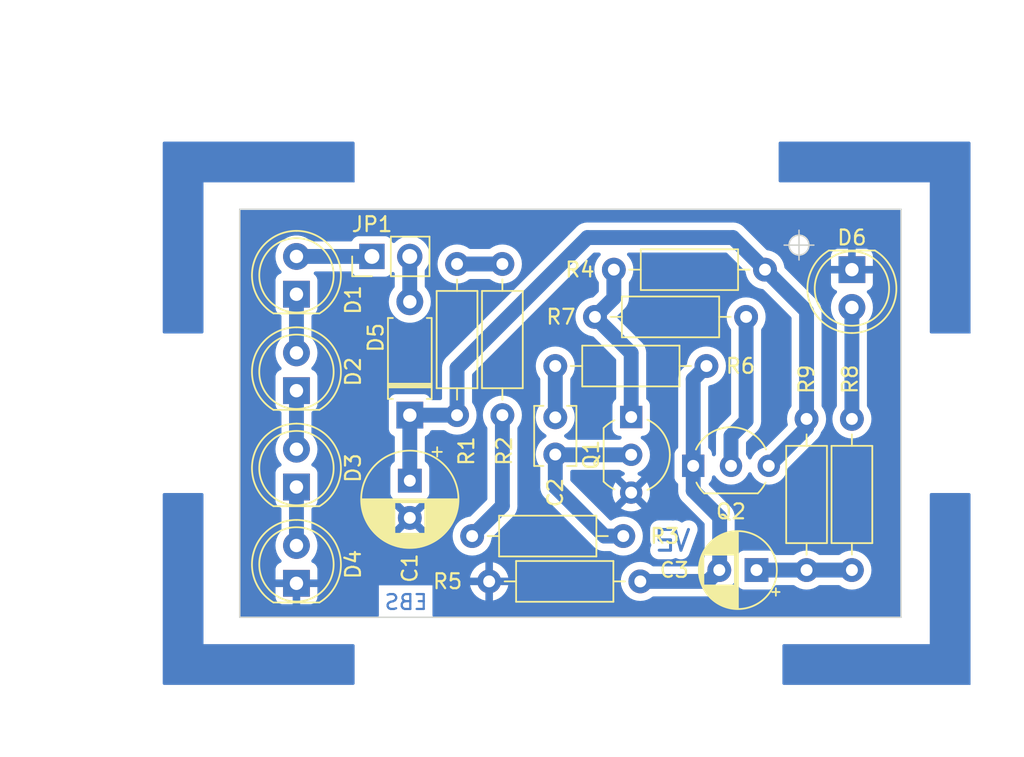
<source format=kicad_pcb>
(kicad_pcb (version 20221018) (generator pcbnew)
  (title_block (title "Ewigblink Solar") (date "2023-03-24") (rev "2.0") (company "HTL-Rankweil") (comment 1 "GAR"))
  (layers (0 "F.Cu" signal) (31 "B.Cu" signal) (34 "B.Paste" user) (35 "F.Paste" user) (36 "B.SilkS" user "B.Silkscreen") (37 "F.SilkS" user "F.Silkscreen") (38 "B.Mask" user) (39 "F.Mask" user) (44 "Edge.Cuts" user))
  (net 0 "")
  (net 1 "Net-(C2-Pad2)")
  (net 2 "Net-(C3-Pad1)")
  (net 3 "Net-(D5-K)")
  (net 4 "Net-(Q1-B)")
  (net 5 "Net-(Q2-C)")
  (net 6 "Net-(D1-K)")
  (net 7 "Net-(D2-K)")
  (net 8 "Net-(D3-K)")
  (net 9 "Net-(D5-A)")
  (net 10 "Net-(R1-Pad2)")
  (net 11 "Net-(R2-Pad2)")
  (net 12 "GND")
  (net 13 "VCC")
  (net 14 "Net-(D6-A)")
  (net 15 "Net-(Q1-C)")
  (net 16 "Net-(Q2-B)")
  (footprint "LED_THT:LED_D5.0mm" (layer "F.Cu") (at 147.828 74.549 -90)
    (fp_text reference "D6" (at -2.154 0 180) (layer "F.SilkS"))
    (fp_text value "LED")
    (fp_line (start -1.29 -1.545) (end -1.29 1.545) (stroke (width 0.12)) (layer "F.SilkS"))
    (fp_arc (start -1.29 -1.54483) (mid 2.072002 -2.880433) (end 4.26 0.000462) (stroke (width 0.12)) (layer "F.SilkS"))
    (fp_arc (start 4.26 -0.000462) (mid 2.072002 2.880433) (end -1.29 1.54483) (stroke (width 0.12)) (layer "F.SilkS"))
    (fp_circle (center 1.27 0) (end 3.77 0) (stroke (width 0.12)) (fill none) (layer "F.SilkS"))
    (pad "1" thru_hole rect (at 0 0 270) (size 1.8 1.8) (drill 0.9) (layers "*.Cu" "*.Mask") (net 12 "GND"))
    (pad "2" thru_hole circle (at 2.54 0 270) (size 1.8 1.8) (drill 0.9) (layers "*.Cu" "*.Mask") (net 14 "Net-(D6-A)"))
  )
  (footprint "Resistor_THT:R_Axial_DIN0207_L6.3mm_D2.5mm_P10.16mm_Horizontal" (layer "F.Cu") (at 127.889 81.026)
    (fp_text reference "R6" (at 12.446 0) (layer "F.SilkS"))
    (fp_text value "1k")
    (fp_line (start 1.04 0) (end 1.81 0) (stroke (width 0.12)) (layer "F.SilkS"))
    (fp_line (start 1.81 -1.37) (end 1.81 1.37) (stroke (width 0.12)) (layer "F.SilkS"))
    (fp_line (start 1.81 1.37) (end 8.35 1.37) (stroke (width 0.12)) (layer "F.SilkS"))
    (fp_line (start 8.35 -1.37) (end 1.81 -1.37) (stroke (width 0.12)) (layer "F.SilkS"))
    (fp_line (start 8.35 1.37) (end 8.35 -1.37) (stroke (width 0.12)) (layer "F.SilkS"))
    (fp_line (start 9.12 0) (end 8.35 0) (stroke (width 0.12)) (layer "F.SilkS"))
    (pad "1" thru_hole circle (at 0 0) (size 1.6 1.6) (drill 0.8) (layers "*.Cu" "*.Mask") (net 1 "Net-(C2-Pad2)"))
    (pad "2" thru_hole oval (at 10.16 0) (size 1.6 1.6) (drill 0.8) (layers "*.Cu" "*.Mask") (net 5 "Net-(Q2-C)"))
  )
  (footprint "Package_TO_SOT_THT:TO-92_Inline_Wide" (layer "F.Cu") (at 132.99 84.455 -90)
    (fp_text reference "Q1" (at 2.54 2.688 90) (layer "F.SilkS"))
    (fp_text value "BC547")
    (fp_line (start 0.74 1.85) (end 4.34 1.85) (stroke (width 0.12)) (layer "F.SilkS"))
    (fp_arc (start 0.1836 -1.098807) (mid 1.143021 -2.192817) (end 2.54 -2.6) (stroke (width 0.12)) (layer "F.SilkS"))
    (fp_arc (start 0.74 1.85) (mid 0.446097 1.509328) (end 0.215816 1.122795) (stroke (width 0.12)) (layer "F.SilkS"))
    (fp_arc (start 2.54 -2.6) (mid 3.936979 -2.192818) (end 4.8964 -1.098807) (stroke (width 0.12)) (layer "F.SilkS"))
    (fp_arc (start 4.864184 1.122795) (mid 4.633903 1.509328) (end 4.34 1.85) (stroke (width 0.12)) (layer "F.SilkS"))
    (pad "1" thru_hole rect (at 0 0 270) (size 1.5 1.5) (drill 0.8) (layers "*.Cu" "*.Mask") (net 15 "Net-(Q1-C)"))
    (pad "2" thru_hole circle (at 2.54 0 270) (size 1.5 1.5) (drill 0.8) (layers "*.Cu" "*.Mask") (net 4 "Net-(Q1-B)"))
    (pad "3" thru_hole circle (at 5.08 0 270) (size 1.5 1.5) (drill 0.8) (layers "*.Cu" "*.Mask") (net 12 "GND"))
  )
  (footprint "Connector_PinHeader_2.54mm:PinHeader_1x02_P2.54mm_Vertical" (layer "F.Cu") (at 115.565 73.66 90)
    (fp_text reference "JP1" (at 2.159 0.005 180) (layer "F.SilkS"))
    (fp_text value "Jumper_2_Open" hide)
    (fp_line (start -1.33 -1.33) (end 0 -1.33) (stroke (width 0.12)) (layer "F.SilkS"))
    (fp_line (start -1.33 0) (end -1.33 -1.33) (stroke (width 0.12)) (layer "F.SilkS"))
    (fp_line (start -1.33 1.27) (end -1.33 3.87) (stroke (width 0.12)) (layer "F.SilkS"))
    (fp_line (start -1.33 1.27) (end 1.33 1.27) (stroke (width 0.12)) (layer "F.SilkS"))
    (fp_line (start -1.33 3.87) (end 1.33 3.87) (stroke (width 0.12)) (layer "F.SilkS"))
    (fp_line (start 1.33 1.27) (end 1.33 3.87) (stroke (width 0.12)) (layer "F.SilkS"))
    (pad "1" thru_hole rect (at 0 0 90) (size 1.7 1.7) (drill 1) (layers "*.Cu" "*.Mask") (net 13 "VCC"))
    (pad "2" thru_hole oval (at 0 2.54 90) (size 1.7 1.7) (drill 1) (layers "*.Cu" "*.Mask") (net 9 "Net-(D5-A)"))
  )
  (footprint "Resistor_THT:R_Axial_DIN0207_L6.3mm_D2.5mm_P10.16mm_Horizontal" (layer "F.Cu") (at 141.986 74.549 180)
    (fp_text reference "R4" (at 12.446 0) (layer "F.SilkS"))
    (fp_text value "33k")
    (fp_line (start 1.04 0) (end 1.81 0) (stroke (width 0.12)) (layer "F.SilkS"))
    (fp_line (start 1.81 -1.37) (end 1.81 1.37) (stroke (width 0.12)) (layer "F.SilkS"))
    (fp_line (start 1.81 1.37) (end 8.35 1.37) (stroke (width 0.12)) (layer "F.SilkS"))
    (fp_line (start 8.35 -1.37) (end 1.81 -1.37) (stroke (width 0.12)) (layer "F.SilkS"))
    (fp_line (start 8.35 1.37) (end 8.35 -1.37) (stroke (width 0.12)) (layer "F.SilkS"))
    (fp_line (start 9.12 0) (end 8.35 0) (stroke (width 0.12)) (layer "F.SilkS"))
    (pad "1" thru_hole circle (at 0 0 180) (size 1.6 1.6) (drill 0.8) (layers "*.Cu" "*.Mask") (net 3 "Net-(D5-K)"))
    (pad "2" thru_hole oval (at 10.16 0 180) (size 1.6 1.6) (drill 0.8) (layers "*.Cu" "*.Mask") (net 15 "Net-(Q1-C)"))
  )
  (footprint "Capacitor_THT:C_Disc_D3.8mm_W2.6mm_P2.50mm" (layer "F.Cu") (at 127.889 86.975 90)
    (fp_text reference "C2" (at -2.56 0 90) (layer "F.SilkS"))
    (fp_text value "100n")
    (fp_line (start -0.77 -1.42) (end -0.77 -0.795) (stroke (width 0.12)) (layer "F.SilkS"))
    (fp_line (start -0.77 -1.42) (end 3.27 -1.42) (stroke (width 0.12)) (layer "F.SilkS"))
    (fp_line (start -0.77 0.795) (end -0.77 1.42) (stroke (width 0.12)) (layer "F.SilkS"))
    (fp_line (start -0.77 1.42) (end 3.27 1.42) (stroke (width 0.12)) (layer "F.SilkS"))
    (fp_line (start 3.27 -1.42) (end 3.27 -0.795) (stroke (width 0.12)) (layer "F.SilkS"))
    (fp_line (start 3.27 0.795) (end 3.27 1.42) (stroke (width 0.12)) (layer "F.SilkS"))
    (pad "1" thru_hole circle (at 0 0 90) (size 1.6 1.6) (drill 0.8) (layers "*.Cu" "*.Mask") (net 4 "Net-(Q1-B)"))
    (pad "2" thru_hole circle (at 2.5 0 90) (size 1.6 1.6) (drill 0.8) (layers "*.Cu" "*.Mask") (net 1 "Net-(C2-Pad2)"))
  )
  (footprint "Resistor_THT:R_Axial_DIN0207_L6.3mm_D2.5mm_P10.16mm_Horizontal" (layer "F.Cu") (at 147.828 94.742 90)
    (fp_text reference "R8" (at 12.827 -0.127 90) (layer "F.SilkS"))
    (fp_text value "1k")
    (fp_line (start 1.04 0) (end 1.81 0) (stroke (width 0.12)) (layer "F.SilkS"))
    (fp_line (start 1.81 -1.37) (end 1.81 1.37) (stroke (width 0.12)) (layer "F.SilkS"))
    (fp_line (start 1.81 1.37) (end 8.35 1.37) (stroke (width 0.12)) (layer "F.SilkS"))
    (fp_line (start 8.35 -1.37) (end 1.81 -1.37) (stroke (width 0.12)) (layer "F.SilkS"))
    (fp_line (start 8.35 1.37) (end 8.35 -1.37) (stroke (width 0.12)) (layer "F.SilkS"))
    (fp_line (start 9.12 0) (end 8.35 0) (stroke (width 0.12)) (layer "F.SilkS"))
    (pad "1" thru_hole circle (at 0 0 90) (size 1.6 1.6) (drill 0.8) (layers "*.Cu" "*.Mask") (net 2 "Net-(C3-Pad1)"))
    (pad "2" thru_hole oval (at 10.16 0 90) (size 1.6 1.6) (drill 0.8) (layers "*.Cu" "*.Mask") (net 14 "Net-(D6-A)"))
  )
  (footprint "Diode_THT:D_A-405_P7.62mm_Horizontal" (layer "F.Cu") (at 118.11 84.328 90)
    (fp_text reference "D5" (at 5.207 -2.286 90) (layer "F.SilkS"))
    (fp_text value "D")
    (fp_line (start 1.09 -1.47) (end 6.53 -1.47) (stroke (width 0.12)) (layer "F.SilkS"))
    (fp_line (start 1.09 -1.14) (end 1.09 -1.47) (stroke (width 0.12)) (layer "F.SilkS"))
    (fp_line (start 1.09 1.14) (end 1.09 1.47) (stroke (width 0.12)) (layer "F.SilkS"))
    (fp_line (start 1.09 1.47) (end 6.53 1.47) (stroke (width 0.12)) (layer "F.SilkS"))
    (fp_line (start 1.87 -1.47) (end 1.87 1.47) (stroke (width 0.12)) (layer "F.SilkS"))
    (fp_line (start 1.99 -1.47) (end 1.99 1.47) (stroke (width 0.12)) (layer "F.SilkS"))
    (fp_line (start 2.11 -1.47) (end 2.11 1.47) (stroke (width 0.12)) (layer "F.SilkS"))
    (fp_line (start 6.53 -1.47) (end 6.53 -1.14) (stroke (width 0.12)) (layer "F.SilkS"))
    (fp_line (start 6.53 1.47) (end 6.53 1.14) (stroke (width 0.12)) (layer "F.SilkS"))
    (pad "1" thru_hole rect (at 0 0 90) (size 1.8 1.8) (drill 0.9) (layers "*.Cu" "*.Mask") (net 3 "Net-(D5-K)"))
    (pad "2" thru_hole oval (at 7.62 0 90) (size 1.8 1.8) (drill 0.9) (layers "*.Cu" "*.Mask") (net 9 "Net-(D5-A)"))
  )
  (footprint "LED_THT:LED_D5.0mm" (layer "F.Cu") (at 110.49 95.631 90)
    (fp_text reference "D4" (at 1.27 3.81 90) (layer "F.SilkS"))
    (fp_text value "PD333" hide)
    (fp_line (start -1.29 -1.545) (end -1.29 1.545) (stroke (width 0.12)) (layer "F.SilkS"))
    (fp_arc (start -1.29 -1.54483) (mid 2.072002 -2.880433) (end 4.26 0.000462) (stroke (width 0.12)) (layer "F.SilkS"))
    (fp_arc (start 4.26 -0.000462) (mid 2.072002 2.880433) (end -1.29 1.54483) (stroke (width 0.12)) (layer "F.SilkS"))
    (fp_circle (center 1.27 0) (end 3.77 0) (stroke (width 0.12)) (fill none) (layer "F.SilkS"))
    (pad "1" thru_hole rect (at 0 0 90) (size 1.8 1.8) (drill 0.9) (layers "*.Cu" "*.Mask") (net 12 "GND"))
    (pad "2" thru_hole circle (at 2.54 0 90) (size 1.8 1.8) (drill 0.9) (layers "*.Cu" "*.Mask") (net 8 "Net-(D3-K)"))
  )
  (footprint "Resistor_THT:R_Axial_DIN0207_L6.3mm_D2.5mm_P10.16mm_Horizontal" (layer "F.Cu") (at 124.333 74.168 -90)
    (fp_text reference "R2" (at 12.573 -0.127 90) (layer "F.SilkS"))
    (fp_text value "10M")
    (fp_line (start 1.04 0) (end 1.81 0) (stroke (width 0.12)) (layer "F.SilkS"))
    (fp_line (start 1.81 -1.37) (end 1.81 1.37) (stroke (width 0.12)) (layer "F.SilkS"))
    (fp_line (start 1.81 1.37) (end 8.35 1.37) (stroke (width 0.12)) (layer "F.SilkS"))
    (fp_line (start 8.35 -1.37) (end 1.81 -1.37) (stroke (width 0.12)) (layer "F.SilkS"))
    (fp_line (start 8.35 1.37) (end 8.35 -1.37) (stroke (width 0.12)) (layer "F.SilkS"))
    (fp_line (start 9.12 0) (end 8.35 0) (stroke (width 0.12)) (layer "F.SilkS"))
    (pad "1" thru_hole circle (at 0 0 270) (size 1.6 1.6) (drill 0.8) (layers "*.Cu" "*.Mask") (net 10 "Net-(R1-Pad2)"))
    (pad "2" thru_hole oval (at 10.16 0 270) (size 1.6 1.6) (drill 0.8) (layers "*.Cu" "*.Mask") (net 11 "Net-(R2-Pad2)"))
  )
  (footprint "Capacitor_THT:CP_Radial_D5.0mm_P2.50mm" (layer "F.Cu") (at 141.413113 94.742 180)
    (fp_text reference "C3" (at 5.523113 0) (layer "F.SilkS"))
    (fp_text value "10u")
    (fp_line (start -1.554775 -1.475) (end -1.054775 -1.475) (stroke (width 0.12)) (layer "F.SilkS"))
    (fp_line (start -1.304775 -1.725) (end -1.304775 -1.225) (stroke (width 0.12)) (layer "F.SilkS"))
    (fp_line (start 1.25 -2.58) (end 1.25 2.58) (stroke (width 0.12)) (layer "F.SilkS"))
    (fp_line (start 1.29 -2.58) (end 1.29 2.58) (stroke (width 0.12)) (layer "F.SilkS"))
    (fp_line (start 1.33 -2.579) (end 1.33 2.579) (stroke (width 0.12)) (layer "F.SilkS"))
    (fp_line (start 1.37 -2.578) (end 1.37 2.578) (stroke (width 0.12)) (layer "F.SilkS"))
    (fp_line (start 1.41 -2.576) (end 1.41 2.576) (stroke (width 0.12)) (layer "F.SilkS"))
    (fp_line (start 1.45 -2.573) (end 1.45 2.573) (stroke (width 0.12)) (layer "F.SilkS"))
    (fp_line (start 1.49 -2.569) (end 1.49 -1.04) (stroke (width 0.12)) (layer "F.SilkS"))
    (fp_line (start 1.49 1.04) (end 1.49 2.569) (stroke (width 0.12)) (layer "F.SilkS"))
    (fp_line (start 1.53 -2.565) (end 1.53 -1.04) (stroke (width 0.12)) (layer "F.SilkS"))
    (fp_line (start 1.53 1.04) (end 1.53 2.565) (stroke (width 0.12)) (layer "F.SilkS"))
    (fp_line (start 1.57 -2.561) (end 1.57 -1.04) (stroke (width 0.12)) (layer "F.SilkS"))
    (fp_line (start 1.57 1.04) (end 1.57 2.561) (stroke (width 0.12)) (layer "F.SilkS"))
    (fp_line (start 1.61 -2.556) (end 1.61 -1.04) (stroke (width 0.12)) (layer "F.SilkS"))
    (fp_line (start 1.61 1.04) (end 1.61 2.556) (stroke (width 0.12)) (layer "F.SilkS"))
    (fp_line (start 1.65 -2.55) (end 1.65 -1.04) (stroke (width 0.12)) (layer "F.SilkS"))
    (fp_line (start 1.65 1.04) (end 1.65 2.55) (stroke (width 0.12)) (layer "F.SilkS"))
    (fp_line (start 1.69 -2.543) (end 1.69 -1.04) (stroke (width 0.12)) (layer "F.SilkS"))
    (fp_line (start 1.69 1.04) (end 1.69 2.543) (stroke (width 0.12)) (layer "F.SilkS"))
    (fp_line (start 1.73 -2.536) (end 1.73 -1.04) (stroke (width 0.12)) (layer "F.SilkS"))
    (fp_line (start 1.73 1.04) (end 1.73 2.536) (stroke (width 0.12)) (layer "F.SilkS"))
    (fp_line (start 1.77 -2.528) (end 1.77 -1.04) (stroke (width 0.12)) (layer "F.SilkS"))
    (fp_line (start 1.77 1.04) (end 1.77 2.528) (stroke (width 0.12)) (layer "F.SilkS"))
    (fp_line (start 1.81 -2.52) (end 1.81 -1.04) (stroke (width 0.12)) (layer "F.SilkS"))
    (fp_line (start 1.81 1.04) (end 1.81 2.52) (stroke (width 0.12)) (layer "F.SilkS"))
    (fp_line (start 1.85 -2.511) (end 1.85 -1.04) (stroke (width 0.12)) (layer "F.SilkS"))
    (fp_line (start 1.85 1.04) (end 1.85 2.511) (stroke (width 0.12)) (layer "F.SilkS"))
    (fp_line (start 1.89 -2.501) (end 1.89 -1.04) (stroke (width 0.12)) (layer "F.SilkS"))
    (fp_line (start 1.89 1.04) (end 1.89 2.501) (stroke (width 0.12)) (layer "F.SilkS"))
    (fp_line (start 1.93 -2.491) (end 1.93 -1.04) (stroke (width 0.12)) (layer "F.SilkS"))
    (fp_line (start 1.93 1.04) (end 1.93 2.491) (stroke (width 0.12)) (layer "F.SilkS"))
    (fp_line (start 1.971 -2.48) (end 1.971 -1.04) (stroke (width 0.12)) (layer "F.SilkS"))
    (fp_line (start 1.971 1.04) (end 1.971 2.48) (stroke (width 0.12)) (layer "F.SilkS"))
    (fp_line (start 2.011 -2.468) (end 2.011 -1.04) (stroke (width 0.12)) (layer "F.SilkS"))
    (fp_line (start 2.011 1.04) (end 2.011 2.468) (stroke (width 0.12)) (layer "F.SilkS"))
    (fp_line (start 2.051 -2.455) (end 2.051 -1.04) (stroke (width 0.12)) (layer "F.SilkS"))
    (fp_line (start 2.051 1.04) (end 2.051 2.455) (stroke (width 0.12)) (layer "F.SilkS"))
    (fp_line (start 2.091 -2.442) (end 2.091 -1.04) (stroke (width 0.12)) (layer "F.SilkS"))
    (fp_line (start 2.091 1.04) (end 2.091 2.442) (stroke (width 0.12)) (layer "F.SilkS"))
    (fp_line (start 2.131 -2.428) (end 2.131 -1.04) (stroke (width 0.12)) (layer "F.SilkS"))
    (fp_line (start 2.131 1.04) (end 2.131 2.428) (stroke (width 0.12)) (layer "F.SilkS"))
    (fp_line (start 2.171 -2.414) (end 2.171 -1.04) (stroke (width 0.12)) (layer "F.SilkS"))
    (fp_line (start 2.171 1.04) (end 2.171 2.414) (stroke (width 0.12)) (layer "F.SilkS"))
    (fp_line (start 2.211 -2.398) (end 2.211 -1.04) (stroke (width 0.12)) (layer "F.SilkS"))
    (fp_line (start 2.211 1.04) (end 2.211 2.398) (stroke (width 0.12)) (layer "F.SilkS"))
    (fp_line (start 2.251 -2.382) (end 2.251 -1.04) (stroke (width 0.12)) (layer "F.SilkS"))
    (fp_line (start 2.251 1.04) (end 2.251 2.382) (stroke (width 0.12)) (layer "F.SilkS"))
    (fp_line (start 2.291 -2.365) (end 2.291 -1.04) (stroke (width 0.12)) (layer "F.SilkS"))
    (fp_line (start 2.291 1.04) (end 2.291 2.365) (stroke (width 0.12)) (layer "F.SilkS"))
    (fp_line (start 2.331 -2.348) (end 2.331 -1.04) (stroke (width 0.12)) (layer "F.SilkS"))
    (fp_line (start 2.331 1.04) (end 2.331 2.348) (stroke (width 0.12)) (layer "F.SilkS"))
    (fp_line (start 2.371 -2.329) (end 2.371 -1.04) (stroke (width 0.12)) (layer "F.SilkS"))
    (fp_line (start 2.371 1.04) (end 2.371 2.329) (stroke (width 0.12)) (layer "F.SilkS"))
    (fp_line (start 2.411 -2.31) (end 2.411 -1.04) (stroke (width 0.12)) (layer "F.SilkS"))
    (fp_line (start 2.411 1.04) (end 2.411 2.31) (stroke (width 0.12)) (layer "F.SilkS"))
    (fp_line (start 2.451 -2.29) (end 2.451 -1.04) (stroke (width 0.12)) (layer "F.SilkS"))
    (fp_line (start 2.451 1.04) (end 2.451 2.29) (stroke (width 0.12)) (layer "F.SilkS"))
    (fp_line (start 2.491 -2.268) (end 2.491 -1.04) (stroke (width 0.12)) (layer "F.SilkS"))
    (fp_line (start 2.491 1.04) (end 2.491 2.268) (stroke (width 0.12)) (layer "F.SilkS"))
    (fp_line (start 2.531 -2.247) (end 2.531 -1.04) (stroke (width 0.12)) (layer "F.SilkS"))
    (fp_line (start 2.531 1.04) (end 2.531 2.247) (stroke (width 0.12)) (layer "F.SilkS"))
    (fp_line (start 2.571 -2.224) (end 2.571 -1.04) (stroke (width 0.12)) (layer "F.SilkS"))
    (fp_line (start 2.571 1.04) (end 2.571 2.224) (stroke (width 0.12)) (layer "F.SilkS"))
    (fp_line (start 2.611 -2.2) (end 2.611 -1.04) (stroke (width 0.12)) (layer "F.SilkS"))
    (fp_line (start 2.611 1.04) (end 2.611 2.2) (stroke (width 0.12)) (layer "F.SilkS"))
    (fp_line (start 2.651 -2.175) (end 2.651 -1.04) (stroke (width 0.12)) (layer "F.SilkS"))
    (fp_line (start 2.651 1.04) (end 2.651 2.175) (stroke (width 0.12)) (layer "F.SilkS"))
    (fp_line (start 2.691 -2.149) (end 2.691 -1.04) (stroke (width 0.12)) (layer "F.SilkS"))
    (fp_line (start 2.691 1.04) (end 2.691 2.149) (stroke (width 0.12)) (layer "F.SilkS"))
    (fp_line (start 2.731 -2.122) (end 2.731 -1.04) (stroke (width 0.12)) (layer "F.SilkS"))
    (fp_line (start 2.731 1.04) (end 2.731 2.122) (stroke (width 0.12)) (layer "F.SilkS"))
    (fp_line (start 2.771 -2.095) (end 2.771 -1.04) (stroke (width 0.12)) (layer "F.SilkS"))
    (fp_line (start 2.771 1.04) (end 2.771 2.095) (stroke (width 0.12)) (layer "F.SilkS"))
    (fp_line (start 2.811 -2.065) (end 2.811 -1.04) (stroke (width 0.12)) (layer "F.SilkS"))
    (fp_line (start 2.811 1.04) (end 2.811 2.065) (stroke (width 0.12)) (layer "F.SilkS"))
    (fp_line (start 2.851 -2.035) (end 2.851 -1.04) (stroke (width 0.12)) (layer "F.SilkS"))
    (fp_line (start 2.851 1.04) (end 2.851 2.035) (stroke (width 0.12)) (layer "F.SilkS"))
    (fp_line (start 2.891 -2.004) (end 2.891 -1.04) (stroke (width 0.12)) (layer "F.SilkS"))
    (fp_line (start 2.891 1.04) (end 2.891 2.004) (stroke (width 0.12)) (layer "F.SilkS"))
    (fp_line (start 2.931 -1.971) (end 2.931 -1.04) (stroke (width 0.12)) (layer "F.SilkS"))
    (fp_line (start 2.931 1.04) (end 2.931 1.971) (stroke (width 0.12)) (layer "F.SilkS"))
    (fp_line (start 2.971 -1.937) (end 2.971 -1.04) (stroke (width 0.12)) (layer "F.SilkS"))
    (fp_line (start 2.971 1.04) (end 2.971 1.937) (stroke (width 0.12)) (layer "F.SilkS"))
    (fp_line (start 3.011 -1.901) (end 3.011 -1.04) (stroke (width 0.12)) (layer "F.SilkS"))
    (fp_line (start 3.011 1.04) (end 3.011 1.901) (stroke (width 0.12)) (layer "F.SilkS"))
    (fp_line (start 3.051 -1.864) (end 3.051 -1.04) (stroke (width 0.12)) (layer "F.SilkS"))
    (fp_line (start 3.051 1.04) (end 3.051 1.864) (stroke (width 0.12)) (layer "F.SilkS"))
    (fp_line (start 3.091 -1.826) (end 3.091 -1.04) (stroke (width 0.12)) (layer "F.SilkS"))
    (fp_line (start 3.091 1.04) (end 3.091 1.826) (stroke (width 0.12)) (layer "F.SilkS"))
    (fp_line (start 3.131 -1.785) (end 3.131 -1.04) (stroke (width 0.12)) (layer "F.SilkS"))
    (fp_line (start 3.131 1.04) (end 3.131 1.785) (stroke (width 0.12)) (layer "F.SilkS"))
    (fp_line (start 3.171 -1.743) (end 3.171 -1.04) (stroke (width 0.12)) (layer "F.SilkS"))
    (fp_line (start 3.171 1.04) (end 3.171 1.743) (stroke (width 0.12)) (layer "F.SilkS"))
    (fp_line (start 3.211 -1.699) (end 3.211 -1.04) (stroke (width 0.12)) (layer "F.SilkS"))
    (fp_line (start 3.211 1.04) (end 3.211 1.699) (stroke (width 0.12)) (layer "F.SilkS"))
    (fp_line (start 3.251 -1.653) (end 3.251 -1.04) (stroke (width 0.12)) (layer "F.SilkS"))
    (fp_line (start 3.251 1.04) (end 3.251 1.653) (stroke (width 0.12)) (layer "F.SilkS"))
    (fp_line (start 3.291 -1.605) (end 3.291 -1.04) (stroke (width 0.12)) (layer "F.SilkS"))
    (fp_line (start 3.291 1.04) (end 3.291 1.605) (stroke (width 0.12)) (layer "F.SilkS"))
    (fp_line (start 3.331 -1.554) (end 3.331 -1.04) (stroke (width 0.12)) (layer "F.SilkS"))
    (fp_line (start 3.331 1.04) (end 3.331 1.554) (stroke (width 0.12)) (layer "F.SilkS"))
    (fp_line (start 3.371 -1.5) (end 3.371 -1.04) (stroke (width 0.12)) (layer "F.SilkS"))
    (fp_line (start 3.371 1.04) (end 3.371 1.5) (stroke (width 0.12)) (layer "F.SilkS"))
    (fp_line (start 3.411 -1.443) (end 3.411 -1.04) (stroke (width 0.12)) (layer "F.SilkS"))
    (fp_line (start 3.411 1.04) (end 3.411 1.443) (stroke (width 0.12)) (layer "F.SilkS"))
    (fp_line (start 3.451 -1.383) (end 3.451 -1.04) (stroke (width 0.12)) (layer "F.SilkS"))
    (fp_line (start 3.451 1.04) (end 3.451 1.383) (stroke (width 0.12)) (layer "F.SilkS"))
    (fp_line (start 3.491 -1.319) (end 3.491 -1.04) (stroke (width 0.12)) (layer "F.SilkS"))
    (fp_line (start 3.491 1.04) (end 3.491 1.319) (stroke (width 0.12)) (layer "F.SilkS"))
    (fp_line (start 3.531 -1.251) (end 3.531 -1.04) (stroke (width 0.12)) (layer "F.SilkS"))
    (fp_line (start 3.531 1.04) (end 3.531 1.251) (stroke (width 0.12)) (layer "F.SilkS"))
    (fp_line (start 3.571 -1.178) (end 3.571 1.178) (stroke (width 0.12)) (layer "F.SilkS"))
    (fp_line (start 3.611 -1.098) (end 3.611 1.098) (stroke (width 0.12)) (layer "F.SilkS"))
    (fp_line (start 3.651 -1.011) (end 3.651 1.011) (stroke (width 0.12)) (layer "F.SilkS"))
    (fp_line (start 3.691 -0.915) (end 3.691 0.915) (stroke (width 0.12)) (layer "F.SilkS"))
    (fp_line (start 3.731 -0.805) (end 3.731 0.805) (stroke (width 0.12)) (layer "F.SilkS"))
    (fp_line (start 3.771 -0.677) (end 3.771 0.677) (stroke (width 0.12)) (layer "F.SilkS"))
    (fp_line (start 3.811 -0.518) (end 3.811 0.518) (stroke (width 0.12)) (layer "F.SilkS"))
    (fp_line (start 3.851 -0.284) (end 3.851 0.284) (stroke (width 0.12)) (layer "F.SilkS"))
    (fp_circle (center 1.25 0) (end 3.87 0) (stroke (width 0.12)) (fill none) (layer "F.SilkS"))
    (pad "1" thru_hole rect (at 0 0 180) (size 1.6 1.6) (drill 0.8) (layers "*.Cu" "*.Mask") (net 2 "Net-(C3-Pad1)"))
    (pad "2" thru_hole circle (at 2.5 0 180) (size 1.6 1.6) (drill 0.8) (layers "*.Cu" "*.Mask") (net 5 "Net-(Q2-C)"))
  )
  (footprint "Resistor_THT:R_Axial_DIN0207_L6.3mm_D2.5mm_P10.16mm_Horizontal" (layer "F.Cu") (at 133.604 95.504 180)
    (fp_text reference "R5" (at 12.954 0) (layer "F.SilkS"))
    (fp_text value "10k")
    (fp_line (start 1.04 0) (end 1.81 0) (stroke (width 0.12)) (layer "F.SilkS"))
    (fp_line (start 1.81 -1.37) (end 1.81 1.37) (stroke (width 0.12)) (layer "F.SilkS"))
    (fp_line (start 1.81 1.37) (end 8.35 1.37) (stroke (width 0.12)) (layer "F.SilkS"))
    (fp_line (start 8.35 -1.37) (end 1.81 -1.37) (stroke (width 0.12)) (layer "F.SilkS"))
    (fp_line (start 8.35 1.37) (end 8.35 -1.37) (stroke (width 0.12)) (layer "F.SilkS"))
    (fp_line (start 9.12 0) (end 8.35 0) (stroke (width 0.12)) (layer "F.SilkS"))
    (pad "1" thru_hole circle (at 0 0 180) (size 1.6 1.6) (drill 0.8) (layers "*.Cu" "*.Mask") (net 5 "Net-(Q2-C)"))
    (pad "2" thru_hole oval (at 10.16 0 180) (size 1.6 1.6) (drill 0.8) (layers "*.Cu" "*.Mask") (net 12 "GND"))
  )
  (footprint "Resistor_THT:R_Axial_DIN0207_L6.3mm_D2.5mm_P10.16mm_Horizontal" (layer "F.Cu") (at 130.556 77.724)
    (fp_text reference "R7" (at -2.286 0) (layer "F.SilkS"))
    (fp_text value "1k")
    (fp_line (start 1.04 0) (end 1.81 0) (stroke (width 0.12)) (layer "F.SilkS"))
    (fp_line (start 1.81 -1.37) (end 1.81 1.37) (stroke (width 0.12)) (layer "F.SilkS"))
    (fp_line (start 1.81 1.37) (end 8.35 1.37) (stroke (width 0.12)) (layer "F.SilkS"))
    (fp_line (start 8.35 -1.37) (end 1.81 -1.37) (stroke (width 0.12)) (layer "F.SilkS"))
    (fp_line (start 8.35 1.37) (end 8.35 -1.37) (stroke (width 0.12)) (layer "F.SilkS"))
    (fp_line (start 9.12 0) (end 8.35 0) (stroke (width 0.12)) (layer "F.SilkS"))
    (pad "1" thru_hole circle (at 0 0) (size 1.6 1.6) (drill 0.8) (layers "*.Cu" "*.Mask") (net 15 "Net-(Q1-C)"))
    (pad "2" thru_hole oval (at 10.16 0) (size 1.6 1.6) (drill 0.8) (layers "*.Cu" "*.Mask") (net 16 "Net-(Q2-B)"))
  )
  (footprint "Resistor_THT:R_Axial_DIN0207_L6.3mm_D2.5mm_P10.16mm_Horizontal" (layer "F.Cu") (at 144.78 84.582 -90)
    (fp_text reference "R9" (at -2.667 0 -90) (layer "F.SilkS"))
    (fp_text value "10k")
    (fp_line (start 1.04 0) (end 1.81 0) (stroke (width 0.12)) (layer "F.SilkS"))
    (fp_line (start 1.81 -1.37) (end 1.81 1.37) (stroke (width 0.12)) (layer "F.SilkS"))
    (fp_line (start 1.81 1.37) (end 8.35 1.37) (stroke (width 0.12)) (layer "F.SilkS"))
    (fp_line (start 8.35 -1.37) (end 1.81 -1.37) (stroke (width 0.12)) (layer "F.SilkS"))
    (fp_line (start 8.35 1.37) (end 8.35 -1.37) (stroke (width 0.12)) (layer "F.SilkS"))
    (fp_line (start 9.12 0) (end 8.35 0) (stroke (width 0.12)) (layer "F.SilkS"))
    (pad "1" thru_hole circle (at 0 0 270) (size 1.6 1.6) (drill 0.8) (layers "*.Cu" "*.Mask") (net 3 "Net-(D5-K)"))
    (pad "2" thru_hole oval (at 10.16 0 270) (size 1.6 1.6) (drill 0.8) (layers "*.Cu" "*.Mask") (net 2 "Net-(C3-Pad1)"))
  )
  (footprint "LED_THT:LED_D5.0mm" (layer "F.Cu") (at 110.49 89.159 90)
    (fp_text reference "D3" (at 1.275 3.81 90) (layer "F.SilkS"))
    (fp_text value "PD333" hide)
    (fp_line (start -1.29 -1.545) (end -1.29 1.545) (stroke (width 0.12)) (layer "F.SilkS"))
    (fp_arc (start -1.29 -1.54483) (mid 2.072002 -2.880433) (end 4.26 0.000462) (stroke (width 0.12)) (layer "F.SilkS"))
    (fp_arc (start 4.26 -0.000462) (mid 2.072002 2.880433) (end -1.29 1.54483) (stroke (width 0.12)) (layer "F.SilkS"))
    (fp_circle (center 1.27 0) (end 3.77 0) (stroke (width 0.12)) (fill none) (layer "F.SilkS"))
    (pad "1" thru_hole rect (at 0 0 90) (size 1.8 1.8) (drill 0.9) (layers "*.Cu" "*.Mask") (net 8 "Net-(D3-K)"))
    (pad "2" thru_hole circle (at 2.54 0 90) (size 1.8 1.8) (drill 0.9) (layers "*.Cu" "*.Mask") (net 7 "Net-(D2-K)"))
  )
  (footprint "Package_TO_SOT_THT:TO-92_Inline_Wide" (layer "F.Cu") (at 137.16 87.736)
    (fp_text reference "Q2" (at 2.54 3.069) (layer "F.SilkS"))
    (fp_text value "BC557")
    (fp_line (start 0.74 1.85) (end 4.34 1.85) (stroke (width 0.12)) (layer "F.SilkS"))
    (fp_arc (start 0.1836 -1.098807) (mid 1.143021 -2.192817) (end 2.54 -2.6) (stroke (width 0.12)) (layer "F.SilkS"))
    (fp_arc (start 0.74 1.85) (mid 0.446097 1.509328) (end 0.215816 1.122795) (stroke (width 0.12)) (layer "F.SilkS"))
    (fp_arc (start 2.54 -2.6) (mid 3.936979 -2.192818) (end 4.8964 -1.098807) (stroke (width 0.12)) (layer "F.SilkS"))
    (fp_arc (start 4.864184 1.122795) (mid 4.633903 1.509328) (end 4.34 1.85) (stroke (width 0.12)) (layer "F.SilkS"))
    (pad "1" thru_hole rect (at 0 0) (size 1.5 1.5) (drill 0.8) (layers "*.Cu" "*.Mask") (net 5 "Net-(Q2-C)"))
    (pad "2" thru_hole circle (at 2.54 0) (size 1.5 1.5) (drill 0.8) (layers "*.Cu" "*.Mask") (net 16 "Net-(Q2-B)"))
    (pad "3" thru_hole circle (at 5.08 0) (size 1.5 1.5) (drill 0.8) (layers "*.Cu" "*.Mask") (net 3 "Net-(D5-K)"))
  )
  (footprint "LED_THT:LED_D5.0mm" (layer "F.Cu") (at 110.49 76.2 90)
    (fp_text reference "D1" (at -0.381 3.81 90) (layer "F.SilkS"))
    (fp_text value "PD333" hide)
    (fp_line (start -1.29 -1.545) (end -1.29 1.545) (stroke (width 0.12)) (layer "F.SilkS"))
    (fp_arc (start -1.29 -1.54483) (mid 2.072002 -2.880433) (end 4.26 0.000462) (stroke (width 0.12)) (layer "F.SilkS"))
    (fp_arc (start 4.26 -0.000462) (mid 2.072002 2.880433) (end -1.29 1.54483) (stroke (width 0.12)) (layer "F.SilkS"))
    (fp_circle (center 1.27 0) (end 3.77 0) (stroke (width 0.12)) (fill none) (layer "F.SilkS"))
    (pad "1" thru_hole rect (at 0 0 90) (size 1.8 1.8) (drill 0.9) (layers "*.Cu" "*.Mask") (net 6 "Net-(D1-K)"))
    (pad "2" thru_hole circle (at 2.54 0 90) (size 1.8 1.8) (drill 0.9) (layers "*.Cu" "*.Mask") (net 13 "VCC"))
  )
  (footprint "LED_THT:LED_D5.0mm" (layer "F.Cu") (at 110.49 82.682 90)
    (fp_text reference "D2" (at 1.275 3.81 90) (layer "F.SilkS"))
    (fp_text value "PD333" hide)
    (fp_line (start -1.29 -1.545) (end -1.29 1.545) (stroke (width 0.12)) (layer "F.SilkS"))
    (fp_arc (start -1.29 -1.54483) (mid 2.072002 -2.880433) (end 4.26 0.000462) (stroke (width 0.12)) (layer "F.SilkS"))
    (fp_arc (start 4.26 -0.000462) (mid 2.072002 2.880433) (end -1.29 1.54483) (stroke (width 0.12)) (layer "F.SilkS"))
    (fp_circle (center 1.27 0) (end 3.77 0) (stroke (width 0.12)) (fill none) (layer "F.SilkS"))
    (pad "1" thru_hole rect (at 0 0 90) (size 1.8 1.8) (drill 0.9) (layers "*.Cu" "*.Mask") (net 7 "Net-(D2-K)"))
    (pad "2" thru_hole circle (at 2.54 0 90) (size 1.8 1.8) (drill 0.9) (layers "*.Cu" "*.Mask") (net 6 "Net-(D1-K)"))
  )
  (footprint "Capacitor_THT:CP_Radial_D6.3mm_P2.50mm" (layer "F.Cu") (at 118.11 88.733621 -90)
    (fp_text reference "C1" (at 5.881379 0 -90) (layer "F.SilkS"))
    (fp_text value "1F/2V5")
    (fp_line (start -2.250241 -1.839) (end -1.620241 -1.839) (stroke (width 0.12)) (layer "F.SilkS"))
    (fp_line (start -1.935241 -2.154) (end -1.935241 -1.524) (stroke (width 0.12)) (layer "F.SilkS"))
    (fp_line (start 1.25 -3.23) (end 1.25 3.23) (stroke (width 0.12)) (layer "F.SilkS"))
    (fp_line (start 1.29 -3.23) (end 1.29 3.23) (stroke (width 0.12)) (layer "F.SilkS"))
    (fp_line (start 1.33 -3.23) (end 1.33 3.23) (stroke (width 0.12)) (layer "F.SilkS"))
    (fp_line (start 1.37 -3.228) (end 1.37 3.228) (stroke (width 0.12)) (layer "F.SilkS"))
    (fp_line (start 1.41 -3.227) (end 1.41 3.227) (stroke (width 0.12)) (layer "F.SilkS"))
    (fp_line (start 1.45 -3.224) (end 1.45 3.224) (stroke (width 0.12)) (layer "F.SilkS"))
    (fp_line (start 1.49 -3.222) (end 1.49 -1.04) (stroke (width 0.12)) (layer "F.SilkS"))
    (fp_line (start 1.49 1.04) (end 1.49 3.222) (stroke (width 0.12)) (layer "F.SilkS"))
    (fp_line (start 1.53 -3.218) (end 1.53 -1.04) (stroke (width 0.12)) (layer "F.SilkS"))
    (fp_line (start 1.53 1.04) (end 1.53 3.218) (stroke (width 0.12)) (layer "F.SilkS"))
    (fp_line (start 1.57 -3.215) (end 1.57 -1.04) (stroke (width 0.12)) (layer "F.SilkS"))
    (fp_line (start 1.57 1.04) (end 1.57 3.215) (stroke (width 0.12)) (layer "F.SilkS"))
    (fp_line (start 1.61 -3.211) (end 1.61 -1.04) (stroke (width 0.12)) (layer "F.SilkS"))
    (fp_line (start 1.61 1.04) (end 1.61 3.211) (stroke (width 0.12)) (layer "F.SilkS"))
    (fp_line (start 1.65 -3.206) (end 1.65 -1.04) (stroke (width 0.12)) (layer "F.SilkS"))
    (fp_line (start 1.65 1.04) (end 1.65 3.206) (stroke (width 0.12)) (layer "F.SilkS"))
    (fp_line (start 1.69 -3.201) (end 1.69 -1.04) (stroke (width 0.12)) (layer "F.SilkS"))
    (fp_line (start 1.69 1.04) (end 1.69 3.201) (stroke (width 0.12)) (layer "F.SilkS"))
    (fp_line (start 1.73 -3.195) (end 1.73 -1.04) (stroke (width 0.12)) (layer "F.SilkS"))
    (fp_line (start 1.73 1.04) (end 1.73 3.195) (stroke (width 0.12)) (layer "F.SilkS"))
    (fp_line (start 1.77 -3.189) (end 1.77 -1.04) (stroke (width 0.12)) (layer "F.SilkS"))
    (fp_line (start 1.77 1.04) (end 1.77 3.189) (stroke (width 0.12)) (layer "F.SilkS"))
    (fp_line (start 1.81 -3.182) (end 1.81 -1.04) (stroke (width 0.12)) (layer "F.SilkS"))
    (fp_line (start 1.81 1.04) (end 1.81 3.182) (stroke (width 0.12)) (layer "F.SilkS"))
    (fp_line (start 1.85 -3.175) (end 1.85 -1.04) (stroke (width 0.12)) (layer "F.SilkS"))
    (fp_line (start 1.85 1.04) (end 1.85 3.175) (stroke (width 0.12)) (layer "F.SilkS"))
    (fp_line (start 1.89 -3.167) (end 1.89 -1.04) (stroke (width 0.12)) (layer "F.SilkS"))
    (fp_line (start 1.89 1.04) (end 1.89 3.167) (stroke (width 0.12)) (layer "F.SilkS"))
    (fp_line (start 1.93 -3.159) (end 1.93 -1.04) (stroke (width 0.12)) (layer "F.SilkS"))
    (fp_line (start 1.93 1.04) (end 1.93 3.159) (stroke (width 0.12)) (layer "F.SilkS"))
    (fp_line (start 1.971 -3.15) (end 1.971 -1.04) (stroke (width 0.12)) (layer "F.SilkS"))
    (fp_line (start 1.971 1.04) (end 1.971 3.15) (stroke (width 0.12)) (layer "F.SilkS"))
    (fp_line (start 2.011 -3.141) (end 2.011 -1.04) (stroke (width 0.12)) (layer "F.SilkS"))
    (fp_line (start 2.011 1.04) (end 2.011 3.141) (stroke (width 0.12)) (layer "F.SilkS"))
    (fp_line (start 2.051 -3.131) (end 2.051 -1.04) (stroke (width 0.12)) (layer "F.SilkS"))
    (fp_line (start 2.051 1.04) (end 2.051 3.131) (stroke (width 0.12)) (layer "F.SilkS"))
    (fp_line (start 2.091 -3.121) (end 2.091 -1.04) (stroke (width 0.12)) (layer "F.SilkS"))
    (fp_line (start 2.091 1.04) (end 2.091 3.121) (stroke (width 0.12)) (layer "F.SilkS"))
    (fp_line (start 2.131 -3.11) (end 2.131 -1.04) (stroke (width 0.12)) (layer "F.SilkS"))
    (fp_line (start 2.131 1.04) (end 2.131 3.11) (stroke (width 0.12)) (layer "F.SilkS"))
    (fp_line (start 2.171 -3.098) (end 2.171 -1.04) (stroke (width 0.12)) (layer "F.SilkS"))
    (fp_line (start 2.171 1.04) (end 2.171 3.098) (stroke (width 0.12)) (layer "F.SilkS"))
    (fp_line (start 2.211 -3.086) (end 2.211 -1.04) (stroke (width 0.12)) (layer "F.SilkS"))
    (fp_line (start 2.211 1.04) (end 2.211 3.086) (stroke (width 0.12)) (layer "F.SilkS"))
    (fp_line (start 2.251 -3.074) (end 2.251 -1.04) (stroke (width 0.12)) (layer "F.SilkS"))
    (fp_line (start 2.251 1.04) (end 2.251 3.074) (stroke (width 0.12)) (layer "F.SilkS"))
    (fp_line (start 2.291 -3.061) (end 2.291 -1.04) (stroke (width 0.12)) (layer "F.SilkS"))
    (fp_line (start 2.291 1.04) (end 2.291 3.061) (stroke (width 0.12)) (layer "F.SilkS"))
    (fp_line (start 2.331 -3.047) (end 2.331 -1.04) (stroke (width 0.12)) (layer "F.SilkS"))
    (fp_line (start 2.331 1.04) (end 2.331 3.047) (stroke (width 0.12)) (layer "F.SilkS"))
    (fp_line (start 2.371 -3.033) (end 2.371 -1.04) (stroke (width 0.12)) (layer "F.SilkS"))
    (fp_line (start 2.371 1.04) (end 2.371 3.033) (stroke (width 0.12)) (layer "F.SilkS"))
    (fp_line (start 2.411 -3.018) (end 2.411 -1.04) (stroke (width 0.12)) (layer "F.SilkS"))
    (fp_line (start 2.411 1.04) (end 2.411 3.018) (stroke (width 0.12)) (layer "F.SilkS"))
    (fp_line (start 2.451 -3.002) (end 2.451 -1.04) (stroke (width 0.12)) (layer "F.SilkS"))
    (fp_line (start 2.451 1.04) (end 2.451 3.002) (stroke (width 0.12)) (layer "F.SilkS"))
    (fp_line (start 2.491 -2.986) (end 2.491 -1.04) (stroke (width 0.12)) (layer "F.SilkS"))
    (fp_line (start 2.491 1.04) (end 2.491 2.986) (stroke (width 0.12)) (layer "F.SilkS"))
    (fp_line (start 2.531 -2.97) (end 2.531 -1.04) (stroke (width 0.12)) (layer "F.SilkS"))
    (fp_line (start 2.531 1.04) (end 2.531 2.97) (stroke (width 0.12)) (layer "F.SilkS"))
    (fp_line (start 2.571 -2.952) (end 2.571 -1.04) (stroke (width 0.12)) (layer "F.SilkS"))
    (fp_line (start 2.571 1.04) (end 2.571 2.952) (stroke (width 0.12)) (layer "F.SilkS"))
    (fp_line (start 2.611 -2.934) (end 2.611 -1.04) (stroke (width 0.12)) (layer "F.SilkS"))
    (fp_line (start 2.611 1.04) (end 2.611 2.934) (stroke (width 0.12)) (layer "F.SilkS"))
    (fp_line (start 2.651 -2.916) (end 2.651 -1.04) (stroke (width 0.12)) (layer "F.SilkS"))
    (fp_line (start 2.651 1.04) (end 2.651 2.916) (stroke (width 0.12)) (layer "F.SilkS"))
    (fp_line (start 2.691 -2.896) (end 2.691 -1.04) (stroke (width 0.12)) (layer "F.SilkS"))
    (fp_line (start 2.691 1.04) (end 2.691 2.896) (stroke (width 0.12)) (layer "F.SilkS"))
    (fp_line (start 2.731 -2.876) (end 2.731 -1.04) (stroke (width 0.12)) (layer "F.SilkS"))
    (fp_line (start 2.731 1.04) (end 2.731 2.876) (stroke (width 0.12)) (layer "F.SilkS"))
    (fp_line (start 2.771 -2.856) (end 2.771 -1.04) (stroke (width 0.12)) (layer "F.SilkS"))
    (fp_line (start 2.771 1.04) (end 2.771 2.856) (stroke (width 0.12)) (layer "F.SilkS"))
    (fp_line (start 2.811 -2.834) (end 2.811 -1.04) (stroke (width 0.12)) (layer "F.SilkS"))
    (fp_line (start 2.811 1.04) (end 2.811 2.834) (stroke (width 0.12)) (layer "F.SilkS"))
    (fp_line (start 2.851 -2.812) (end 2.851 -1.04) (stroke (width 0.12)) (layer "F.SilkS"))
    (fp_line (start 2.851 1.04) (end 2.851 2.812) (stroke (width 0.12)) (layer "F.SilkS"))
    (fp_line (start 2.891 -2.79) (end 2.891 -1.04) (stroke (width 0.12)) (layer "F.SilkS"))
    (fp_line (start 2.891 1.04) (end 2.891 2.79) (stroke (width 0.12)) (layer "F.SilkS"))
    (fp_line (start 2.931 -2.766) (end 2.931 -1.04) (stroke (width 0.12)) (layer "F.SilkS"))
    (fp_line (start 2.931 1.04) (end 2.931 2.766) (stroke (width 0.12)) (layer "F.SilkS"))
    (fp_line (start 2.971 -2.742) (end 2.971 -1.04) (stroke (width 0.12)) (layer "F.SilkS"))
    (fp_line (start 2.971 1.04) (end 2.971 2.742) (stroke (width 0.12)) (layer "F.SilkS"))
    (fp_line (start 3.011 -2.716) (end 3.011 -1.04) (stroke (width 0.12)) (layer "F.SilkS"))
    (fp_line (start 3.011 1.04) (end 3.011 2.716) (stroke (width 0.12)) (layer "F.SilkS"))
    (fp_line (start 3.051 -2.69) (end 3.051 -1.04) (stroke (width 0.12)) (layer "F.SilkS"))
    (fp_line (start 3.051 1.04) (end 3.051 2.69) (stroke (width 0.12)) (layer "F.SilkS"))
    (fp_line (start 3.091 -2.664) (end 3.091 -1.04) (stroke (width 0.12)) (layer "F.SilkS"))
    (fp_line (start 3.091 1.04) (end 3.091 2.664) (stroke (width 0.12)) (layer "F.SilkS"))
    (fp_line (start 3.131 -2.636) (end 3.131 -1.04) (stroke (width 0.12)) (layer "F.SilkS"))
    (fp_line (start 3.131 1.04) (end 3.131 2.636) (stroke (width 0.12)) (layer "F.SilkS"))
    (fp_line (start 3.171 -2.607) (end 3.171 -1.04) (stroke (width 0.12)) (layer "F.SilkS"))
    (fp_line (start 3.171 1.04) (end 3.171 2.607) (stroke (width 0.12)) (layer "F.SilkS"))
    (fp_line (start 3.211 -2.578) (end 3.211 -1.04) (stroke (width 0.12)) (layer "F.SilkS"))
    (fp_line (start 3.211 1.04) (end 3.211 2.578) (stroke (width 0.12)) (layer "F.SilkS"))
    (fp_line (start 3.251 -2.548) (end 3.251 -1.04) (stroke (width 0.12)) (layer "F.SilkS"))
    (fp_line (start 3.251 1.04) (end 3.251 2.548) (stroke (width 0.12)) (layer "F.SilkS"))
    (fp_line (start 3.291 -2.516) (end 3.291 -1.04) (stroke (width 0.12)) (layer "F.SilkS"))
    (fp_line (start 3.291 1.04) (end 3.291 2.516) (stroke (width 0.12)) (layer "F.SilkS"))
    (fp_line (start 3.331 -2.484) (end 3.331 -1.04) (stroke (width 0.12)) (layer "F.SilkS"))
    (fp_line (start 3.331 1.04) (end 3.331 2.484) (stroke (width 0.12)) (layer "F.SilkS"))
    (fp_line (start 3.371 -2.45) (end 3.371 -1.04) (stroke (width 0.12)) (layer "F.SilkS"))
    (fp_line (start 3.371 1.04) (end 3.371 2.45) (stroke (width 0.12)) (layer "F.SilkS"))
    (fp_line (start 3.411 -2.416) (end 3.411 -1.04) (stroke (width 0.12)) (layer "F.SilkS"))
    (fp_line (start 3.411 1.04) (end 3.411 2.416) (stroke (width 0.12)) (layer "F.SilkS"))
    (fp_line (start 3.451 -2.38) (end 3.451 -1.04) (stroke (width 0.12)) (layer "F.SilkS"))
    (fp_line (start 3.451 1.04) (end 3.451 2.38) (stroke (width 0.12)) (layer "F.SilkS"))
    (fp_line (start 3.491 -2.343) (end 3.491 -1.04) (stroke (width 0.12)) (layer "F.SilkS"))
    (fp_line (start 3.491 1.04) (end 3.491 2.343) (stroke (width 0.12)) (layer "F.SilkS"))
    (fp_line (start 3.531 -2.305) (end 3.531 -1.04) (stroke (width 0.12)) (layer "F.SilkS"))
    (fp_line (start 3.531 1.04) (end 3.531 2.305) (stroke (width 0.12)) (layer "F.SilkS"))
    (fp_line (start 3.571 -2.265) (end 3.571 2.265) (stroke (width 0.12)) (layer "F.SilkS"))
    (fp_line (start 3.611 -2.224) (end 3.611 2.224) (stroke (width 0.12)) (layer "F.SilkS"))
    (fp_line (start 3.651 -2.182) (end 3.651 2.182) (stroke (width 0.12)) (layer "F.SilkS"))
    (fp_line (start 3.691 -2.137) (end 3.691 2.137) (stroke (width 0.12)) (layer "F.SilkS"))
    (fp_line (start 3.731 -2.092) (end 3.731 2.092) (stroke (width 0.12)) (layer "F.SilkS"))
    (fp_line (start 3.771 -2.044) (end 3.771 2.044) (stroke (width 0.12)) (layer "F.SilkS"))
    (fp_line (start 3.811 -1.995) (end 3.811 1.995) (stroke (width 0.12)) (layer "F.SilkS"))
    (fp_line (start 3.851 -1.944) (end 3.851 1.944) (stroke (width 0.12)) (layer "F.SilkS"))
    (fp_line (start 3.891 -1.89) (end 3.891 1.89) (stroke (width 0.12)) (layer "F.SilkS"))
    (fp_line (start 3.931 -1.834) (end 3.931 1.834) (stroke (width 0.12)) (layer "F.SilkS"))
    (fp_line (start 3.971 -1.776) (end 3.971 1.776) (stroke (width 0.12)) (layer "F.SilkS"))
    (fp_line (start 4.011 -1.714) (end 4.011 1.714) (stroke (width 0.12)) (layer "F.SilkS"))
    (fp_line (start 4.051 -1.65) (end 4.051 1.65) (stroke (width 0.12)) (layer "F.SilkS"))
    (fp_line (start 4.091 -1.581) (end 4.091 1.581) (stroke (width 0.12)) (layer "F.SilkS"))
    (fp_line (start 4.131 -1.509) (end 4.131 1.509) (stroke (width 0.12)) (layer "F.SilkS"))
    (fp_line (start 4.171 -1.432) (end 4.171 1.432) (stroke (width 0.12)) (layer "F.SilkS"))
    (fp_line (start 4.211 -1.35) (end 4.211 1.35) (stroke (width 0.12)) (layer "F.SilkS"))
    (fp_line (start 4.251 -1.262) (end 4.251 1.262) (stroke (width 0.12)) (layer "F.SilkS"))
    (fp_line (start 4.291 -1.165) (end 4.291 1.165) (stroke (width 0.12)) (layer "F.SilkS"))
    (fp_line (start 4.331 -1.059) (end 4.331 1.059) (stroke (width 0.12)) (layer "F.SilkS"))
    (fp_line (start 4.371 -0.94) (end 4.371 0.94) (stroke (width 0.12)) (layer "F.SilkS"))
    (fp_line (start 4.411 -0.802) (end 4.411 0.802) (stroke (width 0.12)) (layer "F.SilkS"))
    (fp_line (start 4.451 -0.633) (end 4.451 0.633) (stroke (width 0.12)) (layer "F.SilkS"))
    (fp_line (start 4.491 -0.402) (end 4.491 0.402) (stroke (width 0.12)) (layer "F.SilkS"))
    (fp_circle (center 1.25 0) (end 4.52 0) (stroke (width 0.12)) (fill none) (layer "F.SilkS"))
    (pad "1" thru_hole rect (at 0 0 270) (size 1.6 1.6) (drill 0.8) (layers "*.Cu" "*.Mask") (net 3 "Net-(D5-K)"))
    (pad "2" thru_hole circle (at 2.5 0 270) (size 1.6 1.6) (drill 0.8) (layers "*.Cu" "*.Mask") (net 12 "GND"))
  )
  (footprint "Resistor_THT:R_Axial_DIN0207_L6.3mm_D2.5mm_P10.16mm_Horizontal" (layer "F.Cu") (at 121.285 84.328 90)
    (fp_text reference "R1" (at -2.413 0.635 90) (layer "F.SilkS"))
    (fp_text value "10M")
    (fp_line (start 1.04 0) (end 1.81 0) (stroke (width 0.12)) (layer "F.SilkS"))
    (fp_line (start 1.81 -1.37) (end 1.81 1.37) (stroke (width 0.12)) (layer "F.SilkS"))
    (fp_line (start 1.81 1.37) (end 8.35 1.37) (stroke (width 0.12)) (layer "F.SilkS"))
    (fp_line (start 8.35 -1.37) (end 1.81 -1.37) (stroke (width 0.12)) (layer "F.SilkS"))
    (fp_line (start 8.35 1.37) (end 8.35 -1.37) (stroke (width 0.12)) (layer "F.SilkS"))
    (fp_line (start 9.12 0) (end 8.35 0) (stroke (width 0.12)) (layer "F.SilkS"))
    (pad "1" thru_hole circle (at 0 0 90) (size 1.6 1.6) (drill 0.8) (layers "*.Cu" "*.Mask") (net 3 "Net-(D5-K)"))
    (pad "2" thru_hole oval (at 10.16 0 90) (size 1.6 1.6) (drill 0.8) (layers "*.Cu" "*.Mask") (net 10 "Net-(R1-Pad2)"))
  )
  (footprint "Resistor_THT:R_Axial_DIN0207_L6.3mm_D2.5mm_P10.16mm_Horizontal" (layer "F.Cu") (at 122.301 92.456)
    (fp_text reference "R3" (at 12.954 0) (layer "F.SilkS"))
    (fp_text value "4M7")
    (fp_line (start 1.04 0) (end 1.81 0) (stroke (width 0.12)) (layer "F.SilkS"))
    (fp_line (start 1.81 -1.37) (end 1.81 1.37) (stroke (width 0.12)) (layer "F.SilkS"))
    (fp_line (start 1.81 1.37) (end 8.35 1.37) (stroke (width 0.12)) (layer "F.SilkS"))
    (fp_line (start 8.35 -1.37) (end 1.81 -1.37) (stroke (width 0.12)) (layer "F.SilkS"))
    (fp_line (start 8.35 1.37) (end 8.35 -1.37) (stroke (width 0.12)) (layer "F.SilkS"))
    (fp_line (start 9.12 0) (end 8.35 0) (stroke (width 0.12)) (layer "F.SilkS"))
    (pad "1" thru_hole circle (at 0 0) (size 1.6 1.6) (drill 0.8) (layers "*.Cu" "*.Mask") (net 11 "Net-(R2-Pad2)"))
    (pad "2" thru_hole oval (at 10.16 0) (size 1.6 1.6) (drill 0.8) (layers "*.Cu" "*.Mask") (net 4 "Net-(Q1-B)"))
  )
  (gr_line (start 135.636 93.4085) (end 134.874 93.4085) (stroke (width 0.2)) (layer "B.Cu"))
  (gr_line (start 134.874 92.71) (end 135.636 92.71) (stroke (width 0.2)) (layer "B.Cu"))
  (gr_poly (pts (xy 114.3 68.58) (xy 104.14 68.58) (xy 104.14 78.74) (xy 101.6 78.74) (xy 101.6 66.04) (xy 114.3 66.04)) (stroke (width 0.2)) (fill solid) (layer "B.Cu"))
  (gr_line (start 136.3345 93.4085) (end 136.8425 92.0115) (stroke (width 0.2)) (layer "B.Cu"))
  (gr_line (start 135.636 92.0115) (end 134.874 92.0115) (stroke (width 0.2)) (layer "B.Cu"))
  (gr_line (start 135.636 93.4085) (end 135.636 92.71) (stroke (width 0.2)) (layer "B.Cu"))
  (gr_line (start 135.9535 92.0115) (end 136.3345 93.4085) (stroke (width 0.2)) (layer "B.Cu"))
  (gr_poly (pts (xy 104.14 99.822) (xy 114.3 99.822) (xy 114.3 102.362) (xy 101.6 102.362) (xy 101.6 89.662) (xy 104.14 89.662)) (stroke (width 0.2)) (fill solid) (layer "B.Cu"))
  (gr_line (start 134.874 92.71) (end 134.874 92.0115) (stroke (width 0.2)) (layer "B.Cu"))
  (gr_poly (pts (xy 155.702 78.74) (xy 153.162 78.74) (xy 153.162 68.58) (xy 143.002 68.58) (xy 143.002 66.04) (xy 155.702 66.04)) (stroke (width 0.2)) (fill solid) (layer "B.Cu"))
  (gr_poly (pts (xy 155.702 102.362) (xy 143.256 102.362) (xy 143.256 99.822) (xy 153.162 99.822) (xy 153.162 89.662) (xy 155.702 89.662)) (stroke (width 0.2)) (fill solid) (layer "B.Cu"))
  (gr_line (start 106.68 97.917) (end 151.13 97.917) (stroke (width 0.1)) (layer "Edge.Cuts"))
  (gr_line (start 151.13 97.917) (end 151.13 70.485) (stroke (width 0.1)) (layer "Edge.Cuts"))
  (gr_line (start 151.13 70.485) (end 106.68 70.485) (stroke (width 0.1)) (layer "Edge.Cuts"))
  (gr_line (start 106.68 70.485) (end 106.68 97.917) (stroke (width 0.1)) (layer "Edge.Cuts"))
  (gr_text "EBS" (at 117.856 96.901) (layer "B.Cu") (effects (font (size 1 1)) (justify mirror)))
  (target plus (at 144.272 72.898) (size 2) (width 0.1) (layer "Edge.Cuts"))
  (segment (start 127.889 84.475) (end 127.889 81.026) (width 1) (layer "B.Cu") (net 1))
  (segment (start 141.413113 94.742) (end 144.78 94.742) (width 1) (layer "B.Cu") (net 2))
  (segment (start 144.78 94.742) (end 147.828 94.742) (width 1) (layer "B.Cu") (net 2))
  (segment (start 118.11 88.733621) (end 118.11 84.328) (width 1) (layer "B.Cu") (net 3))
  (segment (start 144.78 84.582) (end 144.78 85.196) (width 1) (layer "B.Cu") (net 3))
  (segment (start 121.285 81.153) (end 121.285 84.201) (width 1) (layer "B.Cu") (net 3))
  (segment (start 130.048 72.39) (end 121.285 81.153) (width 1) (layer "B.Cu") (net 3))
  (segment (start 144.78 85.196) (end 142.24 87.736) (width 1) (layer "B.Cu") (net 3))
  (segment (start 139.827 72.39) (end 130.048 72.39) (width 1) (layer "B.Cu") (net 3))
  (segment (start 144.78 77.343) (end 141.986 74.549) (width 1) (layer "B.Cu") (net 3))
  (segment (start 121.285 84.201) (end 121.158 84.328) (width 1) (layer "B.Cu") (net 3))
  (segment (start 141.986 74.549) (end 139.827 72.39) (width 1) (layer "B.Cu") (net 3))
  (segment (start 144.78 84.582) (end 144.78 77.343) (width 1) (layer "B.Cu") (net 3))
  (segment (start 121.158 84.328) (end 118.11 84.328) (width 1) (layer "B.Cu") (net 3))
  (segment (start 127.889 89.154) (end 127.889 86.975) (width 1) (layer "B.Cu") (net 4))
  (segment (start 132.461 92.456) (end 131.191 92.456) (width 1) (layer "B.Cu") (net 4))
  (segment (start 132.99 86.995) (end 127.909 86.995) (width 1) (layer "B.Cu") (net 4))
  (segment (start 127.909 86.995) (end 127.889 86.975) (width 1) (layer "B.Cu") (net 4))
  (segment (start 131.191 92.456) (end 127.889 89.154) (width 1) (layer "B.Cu") (net 4))
  (segment (start 137.16 89.408) (end 138.938 91.186) (width 1) (layer "B.Cu") (net 5))
  (segment (start 137.16 81.915) (end 137.16 87.736) (width 1) (layer "B.Cu") (net 5))
  (segment (start 137.16 87.736) (end 137.16 89.408) (width 1) (layer "B.Cu") (net 5))
  (segment (start 138.938 94.717113) (end 138.913113 94.742) (width 1) (layer "B.Cu") (net 5))
  (segment (start 138.151113 95.504) (end 138.913113 94.742) (width 1) (layer "B.Cu") (net 5))
  (segment (start 138.938 91.186) (end 138.938 94.717113) (width 1) (layer "B.Cu") (net 5))
  (segment (start 138.049 81.026) (end 137.16 81.915) (width 1) (layer "B.Cu") (net 5))
  (segment (start 133.604 95.504) (end 138.151113 95.504) (width 1) (layer "B.Cu") (net 5))
  (segment (start 110.49 76.2) (end 110.49 80.142) (width 1) (layer "B.Cu") (net 6))
  (segment (start 110.49 82.682) (end 110.49 86.619) (width 1) (layer "B.Cu") (net 7))
  (segment (start 110.49 89.159) (end 110.49 93.091) (width 1) (layer "B.Cu") (net 8))
  (segment (start 118.105 76.703) (end 118.11 76.708) (width 1) (layer "B.Cu") (net 9))
  (segment (start 118.105 73.66) (end 118.105 76.703) (width 1) (layer "B.Cu") (net 9))
  (segment (start 124.333 74.168) (end 121.285 74.168) (width 1) (layer "B.Cu") (net 10))
  (segment (start 124.333 84.328) (end 124.333 90.424) (width 1) (layer "B.Cu") (net 11))
  (segment (start 124.333 90.424) (end 122.301 92.456) (width 1) (layer "B.Cu") (net 11))
  (segment (start 115.565 73.66) (end 110.49 73.66) (width 1) (layer "B.Cu") (net 13))
  (segment (start 147.828 84.582) (end 147.828 77.089) (width 1) (layer "B.Cu") (net 14))
  (segment (start 131.826 74.549) (end 131.826 76.454) (width 1) (layer "B.Cu") (net 15))
  (segment (start 131.826 76.454) (end 130.556 77.724) (width 1) (layer "B.Cu") (net 15))
  (segment (start 132.99 80.158) (end 130.556 77.724) (width 1) (layer "B.Cu") (net 15))
  (segment (start 132.99 84.455) (end 132.99 80.158) (width 1) (layer "B.Cu") (net 15))
  (segment (start 140.716 84.709) (end 139.7 85.725) (width 1) (layer "B.Cu") (net 16))
  (segment (start 139.7 85.725) (end 139.7 87.736) (width 1) (layer "B.Cu") (net 16))
  (segment (start 140.716 77.724) (end 140.716 84.709) (width 1) (layer "B.Cu") (net 16))
  (zone (net 12) (net_name "GND") (layer "B.Cu") (connect_pads (clearance 0.508)) (min_thickness 0.254) (fill yes (thermal_gap 0.508) (thermal_bridge_width 0.508))
    (polygon (pts (xy 151.13 97.917) (xy 106.68 97.917) (xy 106.68 70.485) (xy 151.13 70.485)))
  )
)
</source>
